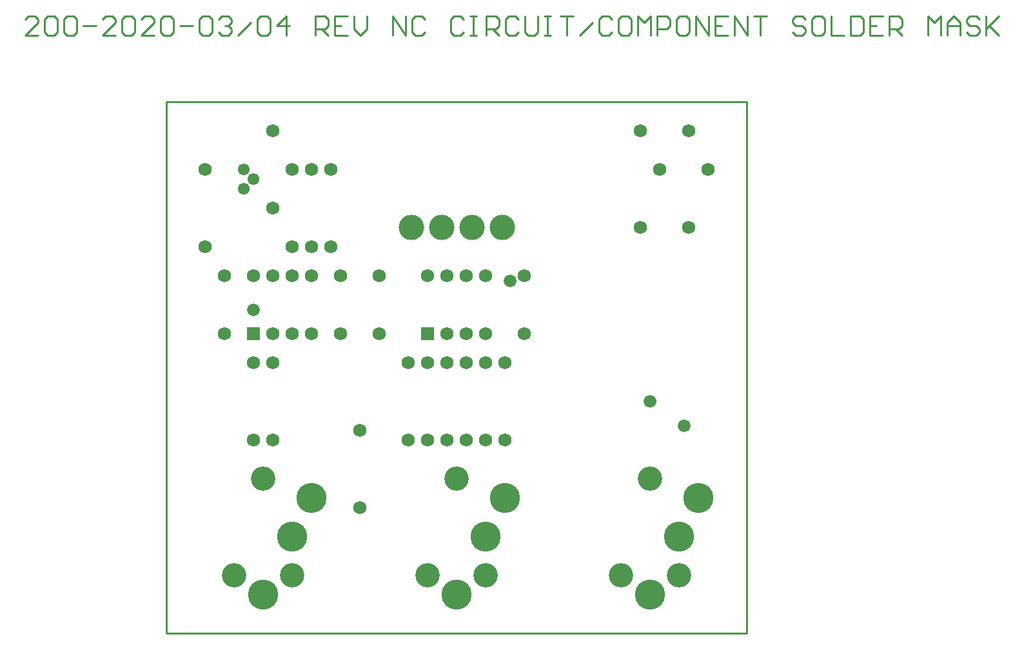
<source format=gbs>
*%FSLAX23Y23*%
*%MOIN*%
G01*
%ADD11C,0.007*%
%ADD12C,0.008*%
%ADD13C,0.010*%
%ADD14C,0.012*%
%ADD15C,0.020*%
%ADD16C,0.032*%
%ADD17C,0.036*%
%ADD18C,0.050*%
%ADD19C,0.052*%
%ADD20C,0.055*%
%ADD21C,0.056*%
%ADD22C,0.060*%
%ADD23C,0.061*%
%ADD24C,0.062*%
%ADD25C,0.066*%
%ADD26C,0.068*%
%ADD27C,0.070*%
%ADD28C,0.080*%
%ADD29C,0.090*%
%ADD30C,0.095*%
%ADD31C,0.115*%
%ADD32C,0.120*%
%ADD33C,0.125*%
%ADD34C,0.126*%
%ADD35C,0.131*%
%ADD36C,0.150*%
%ADD37C,0.156*%
%ADD38R,0.062X0.062*%
%ADD39R,0.068X0.068*%
D13*
X7473Y9602D02*
X7540D01*
X7473D02*
X7540Y9669D01*
Y9685D01*
X7523Y9702D01*
X7490D01*
X7473Y9685D01*
X7573D02*
X7590Y9702D01*
X7623D01*
X7640Y9685D01*
Y9619D01*
X7623Y9602D01*
X7590D01*
X7573Y9619D01*
Y9685D01*
X7673D02*
X7690Y9702D01*
X7723D01*
X7740Y9685D01*
Y9619D01*
X7723Y9602D01*
X7690D01*
X7673Y9619D01*
Y9685D01*
X7773Y9652D02*
X7840D01*
X7873Y9602D02*
X7940D01*
X7873D02*
X7940Y9669D01*
Y9685D01*
X7923Y9702D01*
X7890D01*
X7873Y9685D01*
X7973D02*
X7990Y9702D01*
X8023D01*
X8039Y9685D01*
Y9619D01*
X8023Y9602D01*
X7990D01*
X7973Y9619D01*
Y9685D01*
X8073Y9602D02*
X8139D01*
X8073D02*
X8139Y9669D01*
Y9685D01*
X8123Y9702D01*
X8089D01*
X8073Y9685D01*
X8173D02*
X8189Y9702D01*
X8223D01*
X8239Y9685D01*
Y9619D01*
X8223Y9602D01*
X8189D01*
X8173Y9619D01*
Y9685D01*
X8273Y9652D02*
X8339D01*
X8373Y9685D02*
X8389Y9702D01*
X8423D01*
X8439Y9685D01*
Y9619D01*
X8423Y9602D01*
X8389D01*
X8373Y9619D01*
Y9685D01*
X8473D02*
X8489Y9702D01*
X8523D01*
X8539Y9685D01*
Y9669D01*
X8540D01*
X8539D02*
X8540D01*
X8539D02*
X8540D01*
X8539D02*
X8523Y9652D01*
X8506D01*
X8523D01*
X8539Y9635D01*
Y9619D01*
X8523Y9602D01*
X8489D01*
X8473Y9619D01*
X8573Y9602D02*
X8639Y9669D01*
X8673Y9685D02*
X8689Y9702D01*
X8723D01*
X8739Y9685D01*
Y9619D01*
X8723Y9602D01*
X8689D01*
X8673Y9619D01*
Y9685D01*
X8823Y9702D02*
Y9602D01*
X8773Y9652D02*
X8823Y9702D01*
X8839Y9652D02*
X8773D01*
X8973Y9602D02*
Y9702D01*
X9022D01*
X9039Y9685D01*
Y9652D01*
X9022Y9635D01*
X8973D01*
X9006D02*
X9039Y9602D01*
X9072Y9702D02*
X9139D01*
X9072D02*
Y9602D01*
X9139D01*
X9106Y9652D02*
X9072D01*
X9172Y9635D02*
Y9702D01*
Y9635D02*
X9206Y9602D01*
X9239Y9635D01*
Y9702D01*
X9372D02*
Y9602D01*
X9439D02*
X9372Y9702D01*
X9439D02*
Y9602D01*
X9539Y9685D02*
X9522Y9702D01*
X9489D01*
X9472Y9685D01*
Y9619D01*
X9489Y9602D01*
X9522D01*
X9539Y9619D01*
X9722Y9702D02*
X9739Y9685D01*
X9722Y9702D02*
X9689D01*
X9672Y9685D01*
Y9619D01*
X9689Y9602D01*
X9722D01*
X9739Y9619D01*
X9772Y9702D02*
X9806D01*
X9789D01*
Y9602D01*
X9772D01*
X9806D01*
X9856D02*
Y9702D01*
X9906D01*
X9922Y9685D01*
Y9652D01*
X9906Y9635D01*
X9856D01*
X9889D02*
X9922Y9602D01*
X10022Y9685D02*
X10006Y9702D01*
X9972D01*
X9956Y9685D01*
Y9619D01*
X9972Y9602D01*
X10006D01*
X10022Y9619D01*
X10055D02*
Y9702D01*
Y9619D02*
X10072Y9602D01*
X10105D01*
X10122Y9619D01*
Y9702D01*
X10155D02*
X10189D01*
X10172D01*
Y9602D01*
X10155D01*
X10189D01*
X10239Y9702D02*
X10305D01*
X10272D01*
Y9602D01*
X10339D02*
X10405Y9669D01*
X10489Y9702D02*
X10505Y9685D01*
X10489Y9702D02*
X10455D01*
X10439Y9685D01*
Y9619D01*
X10455Y9602D01*
X10489D01*
X10505Y9619D01*
X10555Y9702D02*
X10589D01*
X10555D02*
X10539Y9685D01*
Y9619D01*
X10555Y9602D01*
X10589D01*
X10605Y9619D01*
Y9685D01*
X10589Y9702D01*
X10639D02*
Y9602D01*
X10672Y9669D02*
X10639Y9702D01*
X10672Y9669D02*
X10705Y9702D01*
Y9602D01*
X10739D02*
Y9702D01*
X10789D01*
X10805Y9685D01*
Y9652D01*
X10789Y9635D01*
X10739D01*
X10855Y9702D02*
X10889D01*
X10855D02*
X10839Y9685D01*
Y9619D01*
X10855Y9602D01*
X10889D01*
X10905Y9619D01*
Y9685D01*
X10889Y9702D01*
X10939D02*
Y9602D01*
X11005D02*
X10939Y9702D01*
X11005D02*
Y9602D01*
X11039Y9702D02*
X11105D01*
X11039D02*
Y9602D01*
X11105D01*
X11072Y9652D02*
X11039D01*
X11138Y9602D02*
Y9702D01*
X11205Y9602D01*
Y9702D01*
X11238D02*
X11305D01*
X11272D01*
Y9602D01*
X11488Y9702D02*
X11505Y9685D01*
X11488Y9702D02*
X11455D01*
X11438Y9685D01*
Y9669D01*
X11455Y9652D01*
X11488D01*
X11505Y9635D01*
Y9619D01*
X11488Y9602D01*
X11455D01*
X11438Y9619D01*
X11555Y9702D02*
X11588D01*
X11555D02*
X11538Y9685D01*
Y9619D01*
X11555Y9602D01*
X11588D01*
X11605Y9619D01*
Y9685D01*
X11588Y9702D01*
X11638D02*
Y9602D01*
X11705D01*
X11738D02*
Y9702D01*
Y9602D02*
X11788D01*
X11805Y9619D01*
Y9685D01*
X11788Y9702D01*
X11738D01*
X11838D02*
X11905D01*
X11838D02*
Y9602D01*
X11905D01*
X11872Y9652D02*
X11838D01*
X11938Y9602D02*
Y9702D01*
X11988D01*
X12005Y9685D01*
Y9652D01*
X11988Y9635D01*
X11938D01*
X11972D02*
X12005Y9602D01*
X12138D02*
Y9702D01*
X12171Y9669D01*
X12205Y9702D01*
Y9602D01*
X12238D02*
Y9669D01*
X12271Y9702D01*
X12305Y9669D01*
Y9602D01*
Y9652D01*
X12238D01*
X12388Y9702D02*
X12405Y9685D01*
X12388Y9702D02*
X12355D01*
X12338Y9685D01*
Y9669D01*
X12355Y9652D01*
X12388D01*
X12405Y9635D01*
Y9619D01*
X12388Y9602D01*
X12355D01*
X12338Y9619D01*
X12438Y9602D02*
Y9702D01*
Y9635D02*
Y9602D01*
Y9635D02*
X12505Y9702D01*
X12455Y9652D01*
X12505Y9602D01*
X11203Y6507D02*
X8203D01*
Y9257D02*
X11203D01*
X8203D02*
Y6507D01*
X11203D02*
Y9257D01*
D23*
X8603Y8907D02*
D03*
X8653Y8857D02*
D03*
X8603Y8807D02*
D03*
D25*
X10878Y7582D02*
D03*
X10703Y7707D02*
D03*
X9978Y8332D02*
D03*
X8653Y8182D02*
D03*
D26*
X10903Y9107D02*
D03*
Y8607D02*
D03*
X11003Y8907D02*
D03*
X10653Y9107D02*
D03*
Y8607D02*
D03*
X10753Y8907D02*
D03*
X8853Y8507D02*
D03*
Y8907D02*
D03*
X8953Y8507D02*
D03*
Y8907D02*
D03*
X9053Y8507D02*
D03*
Y8907D02*
D03*
X9203Y7157D02*
D03*
Y7557D02*
D03*
X9303Y8357D02*
D03*
Y8057D02*
D03*
X9753D02*
D03*
X9853D02*
D03*
Y8357D02*
D03*
X9753D02*
D03*
X9653D02*
D03*
X9553D02*
D03*
X9653Y8057D02*
D03*
X9453Y7907D02*
D03*
Y7507D02*
D03*
X9553Y7907D02*
D03*
Y7507D02*
D03*
X9653D02*
D03*
Y7907D02*
D03*
X9753D02*
D03*
Y7507D02*
D03*
X9953Y7907D02*
D03*
Y7507D02*
D03*
X9103Y8057D02*
D03*
Y8357D02*
D03*
X9853Y7507D02*
D03*
Y7907D02*
D03*
X10053Y8057D02*
D03*
Y8357D02*
D03*
X8753Y8707D02*
D03*
Y9107D02*
D03*
X8503Y8357D02*
D03*
Y8057D02*
D03*
X8403Y8907D02*
D03*
Y8507D02*
D03*
X8853Y8057D02*
D03*
X8953D02*
D03*
Y8357D02*
D03*
X8853D02*
D03*
X8753D02*
D03*
X8653D02*
D03*
X8753Y8057D02*
D03*
X8653Y7907D02*
D03*
Y7507D02*
D03*
X8753D02*
D03*
Y7907D02*
D03*
D34*
X10553Y6807D02*
D03*
X10853D02*
D03*
X10703Y7307D02*
D03*
X9553Y6807D02*
D03*
X9853D02*
D03*
X9703Y7307D02*
D03*
X8553Y6807D02*
D03*
X8853D02*
D03*
X8703Y7307D02*
D03*
D35*
X9781Y8607D02*
D03*
X9469D02*
D03*
X9937D02*
D03*
X9625D02*
D03*
D37*
X10953Y7207D02*
D03*
X10853Y7007D02*
D03*
X10703Y6707D02*
D03*
X9953Y7207D02*
D03*
X9853Y7007D02*
D03*
X9703Y6707D02*
D03*
X8953Y7207D02*
D03*
X8853Y7007D02*
D03*
X8703Y6707D02*
D03*
D39*
X9553Y8057D02*
D03*
X8653D02*
D03*
M02*

</source>
